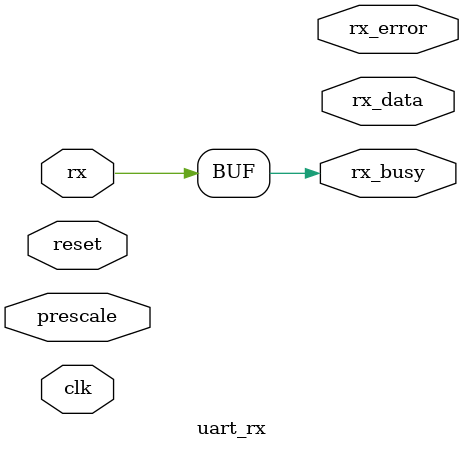
<source format=v>
module uart (
        input clk,
        input reset,
        input [15:0] prescale,

        input we,
        input [7:0] tx_data,
        output tx,
        output tx_busy,

        input rx,
        output [7:0] rx_data,
        output rx_busy,
        output rx_error
    );

    uart_tx tx (
                .clk(clk),
                .reset(reset),
                .prescale(prescale),

                .we(we),
                .tx_data(tx_data),
                .tx(tx),
                .tx_busy(tx_busy)
            );

    uart_rx rx (
                .clk(clk),
                .reset(reset),
                .prescale(prescale),

                .rx(rx),
                .rx_data(rx_data),
                .rx_busy(rx_busy),
                .rx_error(rx_error)
            );

endmodule

module uart_tx (
        input clk,
        input reset,
        input [15:0] prescale,

        input we,
        input [7:0] tx_data,
        output tx,
        output tx_busy
    );

    reg out;
    assign tx = out;

    integer i;
    always @(posedge clk) begin
        out <= ^tx_data;
    end

endmodule

module uart_rx (
        input clk,
        input reset,
        input [15:0] prescale,

        input rx,
        output [7:0] rx_data,
        output rx_busy,
        output rx_error
    );

    assign rx_busy=rx;
endmodule

</source>
